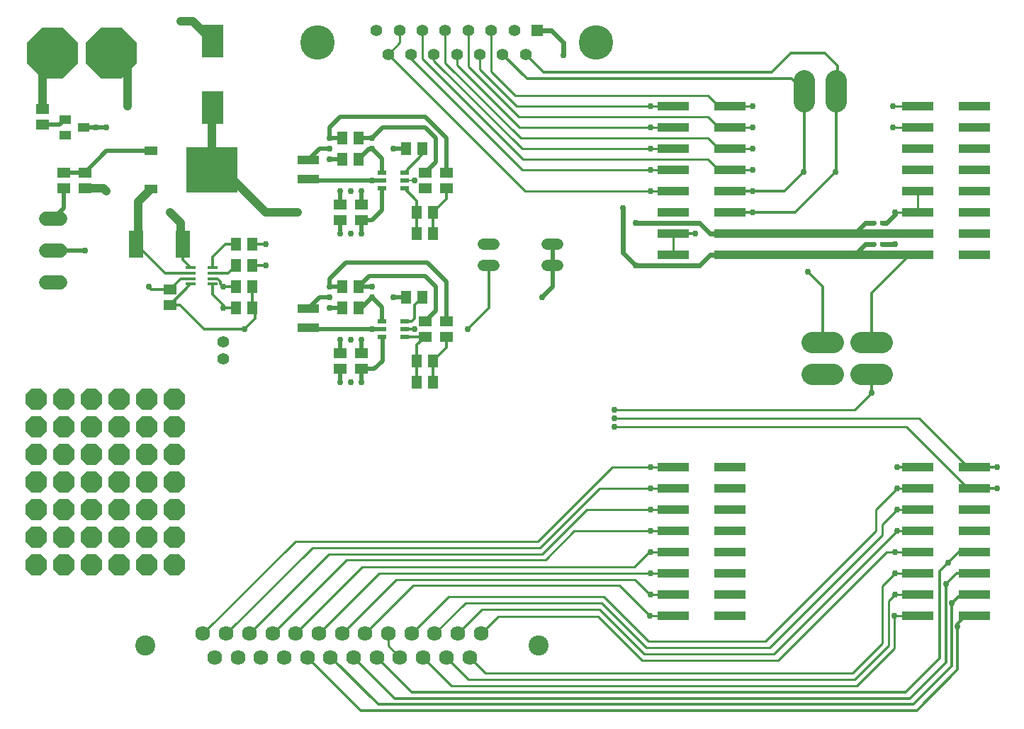
<source format=gbr>
G04 EAGLE Gerber RS-274X export*
G75*
%MOMM*%
%FSLAX34Y34*%
%LPD*%
%INTop Copper*%
%IPPOS*%
%AMOC8*
5,1,8,0,0,1.08239X$1,22.5*%
G01*
%ADD10R,1.300000X1.500000*%
%ADD11R,1.500000X1.300000*%
%ADD12R,2.500000X4.000000*%
%ADD13R,1.400000X1.000000*%
%ADD14R,2.540000X1.000000*%
%ADD15R,6.200000X5.400000*%
%ADD16R,1.600000X1.000000*%
%ADD17C,1.676400*%
%ADD18R,1.050000X0.600000*%
%ADD19P,6.511658X8X202.500000*%
%ADD20R,1.200000X0.400000*%
%ADD21C,1.408000*%
%ADD22C,1.320800*%
%ADD23R,1.408000X1.408000*%
%ADD24C,4.116000*%
%ADD25R,1.800000X3.200000*%
%ADD26C,1.790700*%
%ADD27C,2.400300*%
%ADD28C,2.552700*%
%ADD29R,3.750000X1.000000*%
%ADD30R,0.600000X0.500000*%
%ADD31P,2.749271X8X22.500000*%
%ADD32C,0.756400*%
%ADD33C,0.508000*%
%ADD34C,0.152400*%
%ADD35C,0.304800*%
%ADD36C,1.016000*%
%ADD37C,0.254000*%
%ADD38C,0.609600*%
%ADD39C,0.200000*%


D10*
X409600Y698500D03*
X428600Y698500D03*
X409600Y723900D03*
X428600Y723900D03*
X517500Y635000D03*
X498500Y635000D03*
D11*
X406400Y447700D03*
X406400Y466700D03*
X431800Y447700D03*
X431800Y466700D03*
D10*
X504800Y533400D03*
X485800Y533400D03*
X409600Y520700D03*
X428600Y520700D03*
X409600Y546100D03*
X428600Y546100D03*
X517500Y457200D03*
X498500Y457200D03*
D12*
X254000Y760100D03*
X254000Y840100D03*
D11*
X406400Y625500D03*
X406400Y644500D03*
X431800Y625500D03*
X431800Y644500D03*
D10*
X504800Y711200D03*
X485800Y711200D03*
D13*
X99900Y736600D03*
X77900Y727100D03*
X77900Y746100D03*
D14*
X368300Y674300D03*
X368300Y697300D03*
X368300Y496500D03*
X368300Y519500D03*
D15*
X253600Y685800D03*
D16*
X180600Y708600D03*
X180600Y663000D03*
D11*
X508000Y682600D03*
X508000Y663600D03*
X50800Y758800D03*
X50800Y739800D03*
X533400Y485800D03*
X533400Y504800D03*
D10*
X498500Y431800D03*
X517500Y431800D03*
D11*
X508000Y504800D03*
X508000Y485800D03*
X76200Y663600D03*
X76200Y682600D03*
X101600Y682600D03*
X101600Y663600D03*
X533400Y663600D03*
X533400Y682600D03*
D10*
X498500Y609600D03*
X517500Y609600D03*
D17*
X71882Y551180D02*
X55118Y551180D01*
X55118Y589280D02*
X71882Y589280D01*
X71882Y627380D02*
X55118Y627380D01*
D18*
X456400Y682600D03*
X456400Y673100D03*
X456400Y663600D03*
X483400Y673100D03*
X483400Y663600D03*
X483400Y682600D03*
X456400Y504800D03*
X456400Y495300D03*
X456400Y485800D03*
X483400Y495300D03*
X483400Y485800D03*
X483400Y504800D03*
D19*
X132800Y825500D03*
X62800Y825500D03*
D20*
X228300Y568550D03*
X228300Y562050D03*
X228300Y555550D03*
X228300Y549050D03*
X254300Y549050D03*
X254300Y555550D03*
X254300Y562050D03*
X254300Y568550D03*
D10*
X301600Y571500D03*
X282600Y571500D03*
X301600Y596900D03*
X282600Y596900D03*
X282600Y520700D03*
X301600Y520700D03*
X282600Y546100D03*
X301600Y546100D03*
D21*
X266700Y479900D03*
X266700Y459900D03*
D11*
X203200Y542900D03*
X203200Y523900D03*
D22*
X577596Y596900D02*
X590804Y596900D01*
X590804Y571500D02*
X577596Y571500D01*
X653796Y571500D02*
X667004Y571500D01*
X667004Y596900D02*
X653796Y596900D01*
D21*
X450200Y852400D03*
X477600Y852400D03*
X505000Y852400D03*
X532400Y852400D03*
X559800Y852400D03*
X587200Y852400D03*
X614600Y852400D03*
D23*
X642000Y852400D03*
D21*
X463900Y824000D03*
X491300Y824000D03*
X518700Y824000D03*
X546100Y824000D03*
X573500Y824000D03*
X600900Y824000D03*
X628300Y824000D03*
D24*
X379500Y838200D03*
X712700Y838200D03*
D25*
X162500Y596900D03*
X218500Y596900D03*
D26*
X408940Y131064D03*
X436626Y131064D03*
X464312Y131064D03*
X491998Y131064D03*
X519684Y131064D03*
X547370Y131064D03*
X575056Y131064D03*
X381254Y131064D03*
X353568Y131064D03*
X325882Y131064D03*
X298196Y131064D03*
X270510Y131064D03*
X242824Y131064D03*
X561213Y102616D03*
X533527Y102616D03*
X505841Y102616D03*
X478155Y102616D03*
X450469Y102616D03*
X422783Y102616D03*
X395097Y102616D03*
X367411Y102616D03*
X339725Y102616D03*
X312039Y102616D03*
X284353Y102616D03*
X256667Y102616D03*
D27*
X173736Y116840D03*
X644144Y116840D03*
D28*
X961390Y767017D02*
X961390Y792544D01*
X999490Y792544D02*
X999490Y767017D01*
D29*
X804450Y330200D03*
X871950Y330200D03*
X804450Y304800D03*
X871950Y304800D03*
X804450Y279400D03*
X871950Y279400D03*
X804450Y254000D03*
X871950Y254000D03*
X804450Y228600D03*
X871950Y228600D03*
X804450Y203200D03*
X871950Y203200D03*
X804450Y177800D03*
X871950Y177800D03*
X804450Y152400D03*
X871950Y152400D03*
X804450Y762000D03*
X871950Y762000D03*
X804450Y736600D03*
X871950Y736600D03*
X804450Y711200D03*
X871950Y711200D03*
X804450Y685800D03*
X871950Y685800D03*
X804450Y660400D03*
X871950Y660400D03*
X804450Y635000D03*
X871950Y635000D03*
X804450Y609600D03*
X871950Y609600D03*
X804450Y584200D03*
X871950Y584200D03*
X1096550Y762000D03*
X1164050Y762000D03*
X1096550Y736600D03*
X1164050Y736600D03*
X1096550Y711200D03*
X1164050Y711200D03*
X1096550Y685800D03*
X1164050Y685800D03*
X1096550Y660400D03*
X1164050Y660400D03*
X1096550Y635000D03*
X1164050Y635000D03*
X1096550Y609600D03*
X1164050Y609600D03*
X1096550Y584200D03*
X1164050Y584200D03*
X1096550Y330200D03*
X1164050Y330200D03*
X1096550Y304800D03*
X1164050Y304800D03*
X1096550Y279400D03*
X1164050Y279400D03*
X1096550Y254000D03*
X1164050Y254000D03*
X1096550Y228600D03*
X1164050Y228600D03*
X1096550Y203200D03*
X1164050Y203200D03*
X1096550Y177800D03*
X1164050Y177800D03*
X1096550Y152400D03*
X1164050Y152400D03*
D30*
X1044020Y622300D03*
X1054020Y622300D03*
X1044020Y596900D03*
X1054020Y596900D03*
D31*
X43180Y411480D03*
X43180Y378460D03*
X43180Y345440D03*
X43180Y312420D03*
X43180Y279400D03*
X43180Y246380D03*
X76200Y411480D03*
X76200Y378460D03*
X76200Y345440D03*
X76200Y312420D03*
X109220Y312420D03*
X76200Y279400D03*
X109220Y411480D03*
X76200Y246380D03*
X109220Y378460D03*
X76200Y213360D03*
X109220Y345440D03*
X109220Y213360D03*
X109220Y279400D03*
X142240Y411480D03*
X109220Y246380D03*
X142240Y378460D03*
X43180Y213360D03*
X142240Y345440D03*
X142240Y312420D03*
X142240Y279400D03*
X142240Y246380D03*
X142240Y213360D03*
X175260Y246380D03*
X175260Y378460D03*
X175260Y213360D03*
X175260Y345440D03*
X208280Y411480D03*
X175260Y312420D03*
X175260Y411480D03*
X175260Y279400D03*
X208280Y378460D03*
X208280Y213360D03*
X208280Y345440D03*
X208280Y312420D03*
X208280Y279400D03*
X208280Y246380D03*
D28*
X1028637Y440690D02*
X1054164Y440690D01*
X1054164Y478790D02*
X1028637Y478790D01*
X995744Y478790D02*
X970217Y478790D01*
X970217Y440690D02*
X995744Y440690D01*
D32*
X444500Y546100D03*
X444500Y533400D03*
X431800Y482600D03*
X419100Y482600D03*
X406400Y482600D03*
D33*
X456400Y504800D02*
X456400Y521500D01*
X444500Y533400D01*
X508000Y504800D02*
X520700Y517500D01*
X520700Y546100D01*
X508000Y558800D01*
X441300Y558800D02*
X428600Y546100D01*
X441300Y558800D02*
X508000Y558800D01*
X406400Y482600D02*
X406400Y466700D01*
X431800Y466700D02*
X431800Y482600D01*
D34*
X431800Y520700D02*
X428600Y520700D01*
D33*
X431800Y520700D02*
X444500Y533400D01*
X444500Y546100D02*
X428600Y546100D01*
D32*
X406400Y660400D03*
X419100Y660400D03*
X431800Y660400D03*
X444500Y723900D03*
X444500Y711200D03*
D33*
X444500Y723900D02*
X428600Y723900D01*
X441300Y711200D02*
X428600Y698500D01*
X441300Y711200D02*
X444500Y711200D01*
X456400Y699300D02*
X456400Y682600D01*
X456400Y699300D02*
X444500Y711200D01*
X406400Y660400D02*
X406400Y644500D01*
X431800Y644500D02*
X431800Y660400D01*
X508000Y682600D02*
X520700Y695300D01*
X520700Y723900D01*
X508000Y736600D01*
X457200Y736600D01*
X444500Y723900D01*
D35*
X228300Y555550D02*
X215834Y555550D01*
X203200Y542900D01*
D33*
X660400Y571500D02*
X660400Y596900D01*
D32*
X647700Y533400D03*
D33*
X660400Y546100D02*
X660400Y571500D01*
X660400Y546100D02*
X647700Y533400D01*
X101600Y589280D02*
X63500Y589280D01*
D35*
X181000Y542900D02*
X203200Y542900D01*
X181000Y542900D02*
X177800Y546100D01*
D32*
X101600Y589280D03*
X177800Y546100D03*
D36*
X50800Y758800D02*
X50800Y774700D01*
X50800Y813500D01*
X62800Y825500D01*
X230500Y863600D02*
X254000Y840100D01*
X230500Y863600D02*
X228600Y863600D01*
D32*
X215900Y863600D03*
D36*
X228600Y863600D01*
D32*
X228600Y863600D03*
X50800Y774700D03*
X317500Y596900D03*
X317500Y571500D03*
D35*
X317500Y596900D02*
X301600Y596900D01*
D37*
X1069340Y635000D02*
X1096550Y635000D01*
D32*
X1069340Y635000D03*
D35*
X317500Y571500D02*
X301600Y571500D01*
D38*
X1054020Y622300D02*
X1059180Y622300D01*
X1069340Y632460D01*
D37*
X1069340Y635000D01*
D38*
X1069340Y596900D02*
X1054020Y596900D01*
D32*
X1069340Y596900D03*
D37*
X804450Y584200D02*
X804450Y609600D01*
X1096550Y635000D02*
X1096550Y660400D01*
D38*
X658900Y852400D02*
X642000Y852400D01*
X673100Y838200D02*
X673100Y822960D01*
D32*
X673100Y822960D03*
D38*
X673100Y838200D02*
X658900Y852400D01*
D32*
X830580Y609600D03*
D35*
X804450Y609600D01*
D33*
X406400Y447700D02*
X406400Y431800D01*
D34*
X431800Y444500D02*
X431800Y447700D01*
D32*
X406400Y431800D03*
X431800Y431800D03*
D33*
X431800Y444500D01*
D32*
X406400Y609600D03*
X431800Y609600D03*
X419100Y609600D03*
D33*
X456400Y637400D02*
X456400Y663600D01*
X456400Y637400D02*
X444500Y625500D01*
X431800Y625500D01*
X431800Y609600D01*
X406400Y609600D02*
X406400Y625500D01*
X431800Y447700D02*
X447700Y447700D01*
X457200Y457200D01*
X457200Y485000D01*
X456400Y485800D01*
D36*
X253600Y685800D02*
X253600Y759700D01*
X254000Y760100D01*
X253600Y685800D02*
X266700Y685800D01*
X317500Y635000D01*
X342900Y635000D01*
D32*
X355600Y635000D03*
D36*
X342900Y635000D01*
D32*
X342900Y635000D03*
X393700Y546100D03*
X393700Y533400D03*
X393700Y520700D03*
D33*
X393700Y546100D02*
X409600Y546100D01*
X409600Y520700D02*
X393700Y520700D01*
X382200Y533400D02*
X368300Y519500D01*
X382200Y533400D02*
X393700Y533400D01*
D34*
X533400Y504800D02*
X536448Y507848D01*
D33*
X413076Y574548D02*
X393700Y555172D01*
X393700Y546100D01*
X533400Y552196D02*
X533400Y504800D01*
X533400Y552196D02*
X511048Y574548D01*
X413076Y574548D01*
D36*
X871950Y584200D02*
X939800Y584200D01*
X1021080Y584200D01*
X1087120Y584200D01*
X1096550Y584200D01*
D32*
X939800Y584200D03*
D38*
X1033780Y596900D02*
X1044020Y596900D01*
X1033780Y596900D02*
X1021080Y584200D01*
D35*
X1041400Y538480D02*
X1041400Y478790D01*
X1041400Y538480D02*
X1087120Y584200D01*
D38*
X871950Y584200D02*
X848360Y584200D01*
X835660Y571500D02*
X759460Y571500D01*
D32*
X759460Y571500D03*
D38*
X835660Y571500D02*
X848360Y584200D01*
D32*
X744220Y640080D03*
D38*
X744220Y586740D01*
X759460Y571500D01*
D35*
X517500Y609600D02*
X517500Y635000D01*
X533400Y650900D01*
X533400Y663600D01*
X498500Y635000D02*
X498500Y609600D01*
X498500Y635000D02*
X498500Y648500D01*
X483400Y663600D01*
D34*
X504800Y704000D02*
X504800Y711200D01*
D35*
X504800Y704000D02*
X483400Y682600D01*
D32*
X444500Y673100D03*
X469900Y711200D03*
D33*
X485800Y711200D01*
X456400Y673100D02*
X444500Y673100D01*
D34*
X369500Y673100D02*
X368300Y674300D01*
D33*
X369500Y673100D02*
X444500Y673100D01*
D35*
X533400Y473100D02*
X517500Y457200D01*
X533400Y473100D02*
X533400Y485800D01*
X517500Y457200D02*
X517500Y431800D01*
X498500Y457200D02*
X498500Y476300D01*
X508000Y485800D01*
X498500Y457200D02*
X498500Y431800D01*
X508000Y485800D02*
X483400Y485800D01*
X495300Y523900D02*
X504800Y533400D01*
X495300Y508000D02*
X492100Y504800D01*
X483400Y504800D01*
X495300Y508000D02*
X495300Y523900D01*
D33*
X456400Y495300D02*
X444500Y495300D01*
X369500Y495300D01*
D34*
X368300Y496500D01*
D32*
X444500Y495300D03*
X469900Y533400D03*
D33*
X485800Y533400D01*
D32*
X393700Y723900D03*
X393700Y711200D03*
X393700Y698500D03*
D33*
X382200Y711200D02*
X368300Y697300D01*
X382200Y711200D02*
X393700Y711200D01*
X393700Y698500D02*
X409600Y698500D01*
X409600Y723900D02*
X393700Y723900D01*
X533400Y723900D02*
X533400Y682600D01*
X533400Y723900D02*
X508000Y749300D01*
X406400Y749300D02*
X393700Y736600D01*
X393700Y723900D01*
X406400Y749300D02*
X508000Y749300D01*
D36*
X871950Y609600D02*
X965200Y609600D01*
X1021080Y609600D01*
X1096550Y609600D01*
D38*
X1044020Y622300D02*
X1033780Y622300D01*
X1021080Y609600D01*
D32*
X965200Y609600D03*
D35*
X982980Y546100D02*
X982980Y478790D01*
X982980Y546100D02*
X965200Y563880D01*
D32*
X965200Y563880D03*
D38*
X871950Y609600D02*
X848360Y609600D01*
X835660Y622300D02*
X759460Y622300D01*
D32*
X759460Y622300D03*
D38*
X835660Y622300D02*
X848360Y609600D01*
D32*
X495300Y673100D03*
D39*
X483400Y673100D01*
D32*
X495300Y495300D03*
D35*
X483400Y495300D01*
D32*
X558800Y495300D03*
D35*
X584200Y520700D01*
X584200Y571500D01*
X254300Y568550D02*
X254300Y581300D01*
X269900Y596900D01*
X282600Y596900D01*
X273150Y562050D02*
X254300Y562050D01*
X273150Y562050D02*
X282600Y571500D01*
D32*
X266700Y546100D03*
D39*
X259370Y555550D02*
X254300Y555550D01*
D35*
X266700Y546100D02*
X282600Y546100D01*
X263348Y549452D02*
X263348Y552313D01*
X263348Y549452D02*
X266700Y546100D01*
X260111Y555550D02*
X254300Y555550D01*
X260111Y555550D02*
X263348Y552313D01*
D32*
X1191260Y304800D03*
D35*
X1164050Y304800D02*
X1156669Y304800D01*
X1164050Y304800D02*
X1191260Y304800D01*
D32*
X734060Y378460D03*
D37*
X1083009Y378460D02*
X1156669Y304800D01*
X1083009Y378460D02*
X734060Y378460D01*
D35*
X282600Y520700D02*
X266700Y520700D01*
X266700Y523900D01*
X254300Y536300D01*
X254300Y549050D01*
X279400Y520700D02*
X282600Y520700D01*
D32*
X266700Y520700D03*
X1191260Y330200D03*
D35*
X1164050Y330200D01*
D32*
X734060Y388620D03*
D37*
X1098010Y388620D01*
X1156430Y330200D02*
X1164050Y330200D01*
X1156430Y330200D02*
X1098010Y388620D01*
D35*
X228300Y568550D02*
X220625Y576225D01*
X218500Y578350D01*
X218500Y596900D01*
D32*
X152400Y762000D03*
X152400Y774700D03*
X203200Y635000D03*
X215900Y622300D03*
D36*
X152400Y805900D02*
X132800Y825500D01*
X152400Y805900D02*
X152400Y774700D01*
X152400Y762000D01*
X215900Y599500D02*
X218500Y596900D01*
X215900Y599500D02*
X215900Y622300D01*
X203200Y635000D01*
D35*
X197350Y562050D02*
X228300Y562050D01*
X197350Y562050D02*
X162500Y596900D01*
D36*
X165100Y599500D01*
X165100Y647500D02*
X180600Y663000D01*
X165100Y647500D02*
X165100Y599500D01*
D32*
X127000Y736600D03*
X114300Y736600D03*
D33*
X99900Y736600D01*
X114300Y736600D02*
X127000Y736600D01*
D36*
X123800Y663600D02*
X101600Y663600D01*
X123800Y663600D02*
X127000Y660400D01*
D32*
X127000Y660400D03*
X165100Y647700D03*
D33*
X71600Y739800D02*
X50800Y739800D01*
X71600Y739800D02*
X77900Y746100D01*
X76200Y663600D02*
X76200Y640080D01*
X63500Y627380D01*
D34*
X101600Y680833D02*
X101600Y682600D01*
D33*
X127600Y708600D01*
X180600Y708600D01*
X101600Y682600D02*
X76200Y682600D01*
D32*
X419100Y431800D03*
D35*
X228300Y549050D02*
X203200Y523950D01*
D39*
X203200Y523900D01*
D35*
X301600Y520700D02*
X301600Y546100D01*
X301600Y520700D02*
X304800Y517500D01*
X304800Y508000D01*
X292100Y495300D01*
X215240Y523900D02*
X203200Y523900D01*
X243840Y495300D02*
X292100Y495300D01*
X243840Y495300D02*
X215240Y523900D01*
X1041400Y440690D02*
X1041400Y419100D01*
D32*
X1041400Y419100D03*
D35*
X1071880Y330200D02*
X1096550Y330200D01*
D32*
X1071880Y330200D03*
X292100Y495300D03*
X734060Y398780D03*
D37*
X1021080Y398780D02*
X1041400Y419100D01*
X1021080Y398780D02*
X734060Y398780D01*
D35*
X871950Y660400D02*
X899160Y660400D01*
X937260Y660400D01*
X960120Y683260D01*
D32*
X960120Y683260D03*
X1066800Y762000D03*
D37*
X1096550Y762000D01*
D35*
X961390Y779780D02*
X961390Y684530D01*
D37*
X960120Y683260D01*
D32*
X899160Y660400D03*
D35*
X629880Y795020D02*
X600900Y824000D01*
X946150Y795020D02*
X961390Y779780D01*
X946150Y795020D02*
X629880Y795020D01*
X871950Y635000D02*
X899160Y635000D01*
X949960Y635000D01*
X998220Y683260D01*
D32*
X998220Y683260D03*
X1066800Y736600D03*
D37*
X1096550Y736600D01*
D35*
X999490Y779780D02*
X999490Y684530D01*
D37*
X998220Y683260D01*
D32*
X899160Y635000D03*
D35*
X649660Y802640D02*
X628300Y824000D01*
X922020Y802640D02*
X944880Y825500D01*
X985520Y825500D01*
X1000760Y810260D01*
X1000760Y781050D01*
D37*
X999490Y779780D01*
D35*
X922020Y802640D02*
X649660Y802640D01*
D37*
X777240Y762000D02*
X804450Y762000D01*
X777240Y762000D02*
X617720Y762000D01*
X573500Y806220D01*
X573500Y824000D01*
D32*
X777240Y762000D03*
D37*
X777240Y736600D02*
X804450Y736600D01*
X777240Y736600D02*
X620800Y736600D01*
X546100Y811300D01*
X546100Y824000D01*
D32*
X777240Y736600D03*
D37*
X777240Y711200D02*
X804450Y711200D01*
X777240Y711200D02*
X623880Y711200D01*
X518700Y816380D01*
X518700Y824000D01*
D32*
X777240Y711200D03*
D37*
X858520Y762000D02*
X871950Y762000D01*
X615973Y774700D02*
X587200Y803473D01*
X587200Y852400D01*
X845820Y774700D02*
X858520Y762000D01*
X845820Y774700D02*
X615973Y774700D01*
D32*
X899160Y762000D03*
D37*
X871950Y762000D01*
X871950Y736600D02*
X858520Y736600D01*
X845820Y749300D01*
X619760Y749300D01*
X559800Y809260D01*
X559800Y852400D01*
D32*
X899160Y736600D03*
D37*
X871950Y736600D01*
X871950Y711200D02*
X858520Y711200D01*
X845820Y723900D02*
X622300Y723900D01*
X532400Y813800D01*
X532400Y852400D01*
X845820Y723900D02*
X858520Y711200D01*
D32*
X899160Y711200D03*
D37*
X871950Y711200D01*
X1069340Y228600D02*
X1096550Y228600D01*
X1069340Y228600D02*
X1059180Y228600D01*
X929640Y99060D01*
X767080Y99060D02*
X714756Y151384D01*
X595376Y151384D01*
X575056Y131064D01*
X767080Y99060D02*
X929640Y99060D01*
D32*
X1069340Y228600D03*
D37*
X1071880Y254000D02*
X1096550Y254000D01*
X1071880Y254000D02*
X924560Y106680D01*
X769620Y106680D02*
X716280Y160020D01*
X576326Y160020D01*
X547370Y131064D01*
X769620Y106680D02*
X924560Y106680D01*
D32*
X1071880Y254000D03*
D37*
X1071880Y279400D02*
X1096550Y279400D01*
X1071880Y279400D02*
X1054100Y261620D01*
X1054100Y248920D01*
X919480Y114300D01*
X772160Y114300D02*
X718820Y167640D01*
X556260Y167640D01*
X519684Y131064D01*
X772160Y114300D02*
X919480Y114300D01*
D32*
X1071880Y279400D03*
D37*
X1071880Y304800D02*
X1096550Y304800D01*
X1071880Y304800D02*
X1046480Y279400D01*
X1046480Y254000D01*
X914400Y121920D01*
X774700Y121920D01*
X721360Y175260D01*
X536194Y175260D01*
X491998Y131064D01*
D32*
X1071880Y304800D03*
D37*
X1069340Y203200D02*
X1096550Y203200D01*
X1069340Y203200D02*
X1054100Y187960D01*
X1054100Y119380D01*
X1018540Y83820D01*
X580009Y83820D01*
X561213Y102616D01*
D32*
X1069340Y203200D03*
D37*
X1069340Y177800D02*
X1096550Y177800D01*
X1069340Y177800D02*
X1061720Y170180D01*
X1061720Y116840D01*
X1021080Y76200D01*
X559943Y76200D01*
X533527Y102616D01*
D32*
X1069340Y177800D03*
D37*
X1068610Y152400D02*
X1096550Y152400D01*
X1068610Y152400D02*
X1068610Y113570D01*
X1023620Y68580D01*
X539877Y68580D01*
X505841Y102616D01*
D32*
X1068610Y152400D03*
D37*
X804450Y685800D02*
X777240Y685800D01*
X624420Y685800D01*
X491300Y818920D01*
X491300Y824000D01*
D32*
X777240Y685800D03*
D37*
X777240Y177800D02*
X804450Y177800D01*
X777240Y177800D02*
X776510Y177800D01*
X758730Y195580D01*
X473456Y195580D01*
X408940Y131064D01*
D32*
X777240Y177800D03*
D37*
X776510Y152400D02*
X804450Y152400D01*
X776510Y152400D02*
X740379Y188532D01*
X494094Y188532D01*
X436626Y131064D01*
D32*
X776510Y152400D03*
X777240Y660400D03*
D37*
X804450Y660400D01*
X627500Y660400D02*
X463900Y824000D01*
X627500Y660400D02*
X777240Y660400D01*
X477600Y837700D02*
X477600Y852400D01*
X477600Y837700D02*
X463900Y824000D01*
X464312Y116459D02*
X478155Y102616D01*
X464312Y116459D02*
X464312Y131064D01*
X858520Y685800D02*
X871950Y685800D01*
X845820Y698500D02*
X624840Y698500D01*
X505000Y818340D01*
X505000Y852400D01*
X845820Y698500D02*
X858520Y685800D01*
D32*
X899160Y685800D03*
D37*
X871950Y685800D01*
X804450Y330200D02*
X777240Y330200D01*
X731520Y330200D01*
X642620Y241300D01*
X353060Y241300D02*
X242824Y131064D01*
X353060Y241300D02*
X642620Y241300D01*
D32*
X777240Y330200D03*
D37*
X777240Y304800D02*
X804450Y304800D01*
X777240Y304800D02*
X716280Y304800D01*
X645160Y233680D01*
X373380Y233680D01*
X270764Y131064D01*
X270510Y131064D01*
D32*
X777240Y304800D03*
D37*
X777240Y279400D02*
X804450Y279400D01*
X777240Y279400D02*
X701040Y279400D01*
X647700Y226060D01*
X393192Y226060D02*
X298196Y131064D01*
X393192Y226060D02*
X647700Y226060D01*
D32*
X777240Y279400D03*
D37*
X651923Y219456D02*
X414274Y219456D01*
X325882Y131064D01*
X651923Y219456D02*
X686467Y254000D01*
X777240Y254000D02*
X804450Y254000D01*
X777240Y254000D02*
X686467Y254000D01*
D32*
X777240Y254000D03*
D37*
X776035Y228600D02*
X757747Y210312D01*
X432816Y210312D02*
X353568Y131064D01*
X432816Y210312D02*
X757747Y210312D01*
X777240Y228600D02*
X804450Y228600D01*
X777240Y228600D02*
X776035Y228600D01*
D32*
X777240Y228600D03*
D37*
X453390Y203200D02*
X381254Y131064D01*
X777240Y203200D02*
X804450Y203200D01*
X777240Y203200D02*
X453390Y203200D01*
D32*
X777240Y203200D03*
D35*
X1153890Y152400D02*
X1164050Y152400D01*
X1153890Y152400D02*
X1144524Y143034D01*
X1144524Y139700D01*
X1144524Y87652D01*
X1095988Y39116D01*
X430911Y39116D01*
X367411Y102616D01*
D32*
X1144524Y139700D03*
D35*
X1148080Y177800D02*
X1164050Y177800D01*
X1137412Y92086D02*
X1091554Y46228D01*
X452385Y46228D01*
X1137412Y167132D02*
X1148080Y177800D01*
X1137412Y167132D02*
X1137412Y92086D01*
X452385Y46228D02*
X395997Y102616D01*
X395097Y102616D01*
D32*
X1137412Y167132D03*
D35*
X1143000Y203200D02*
X1164050Y203200D01*
X1143000Y203200D02*
X1130300Y190500D01*
X1130300Y96520D02*
X1087120Y53340D01*
X472059Y53340D01*
X422783Y102616D01*
X1130300Y96520D02*
X1130300Y190500D01*
D32*
X1130300Y190500D03*
D35*
X1145540Y228600D02*
X1164050Y228600D01*
X1145540Y228600D02*
X1132840Y215900D01*
X1122680Y205740D01*
X1122680Y101600D01*
X1082040Y60960D01*
X492125Y60960D02*
X450469Y102616D01*
X492125Y60960D02*
X1082040Y60960D01*
D32*
X1132840Y215900D03*
M02*

</source>
